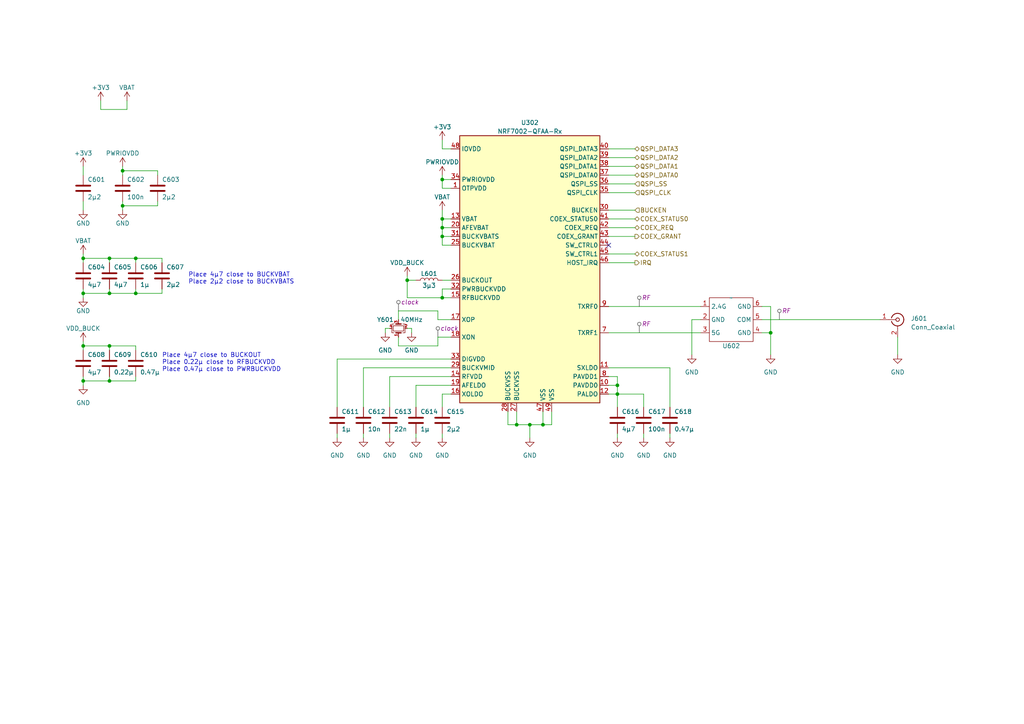
<source format=kicad_sch>
(kicad_sch (version 20230121) (generator eeschema)
  (paper "A4")
  (title_block (title "Firewaterburn") (rev "0.2"))
  (lib_symbols
    (symbol "Connector:Conn_Coaxial" (pin_names (offset 1.016) hide)
      (property "Reference" "J" (at 0.254 3.048 0))
      (property "Value" "Conn_Coaxial" (at 2.921 0 90))
      (symbol "Conn_Coaxial_0_1"
        (arc (start -1.778 -0.508) (mid 0.2311 -1.8066) (end 1.778 0) (stroke (width 0.254)))
        (polyline (pts (xy -2.54 0) (xy -0.508 0)))
        (polyline (pts (xy 0 -2.54) (xy 0 -1.778)))
        (circle (center 0 0) (radius 0.508) (stroke (width 0.2032)))
        (arc (start 1.778 0) (mid 0.2099 1.8101) (end -1.778 0.508) (stroke (width 0.254)))
      )
      (symbol "Conn_Coaxial_1_1"
        (pin passive line (at -5.08 0 0) (length 2.54) (name "In") (number "1"))
        (pin passive line (at 0 -5.08 90) (length 2.54) (name "Ext") (number "2"))
      )
    )
    (symbol "Device:C" (pin_numbers hide) (pin_names (offset 0.254))
      (property "Reference" "C" (at 0.635 2.54 0))
      (property "Value" "C" (at 0.635 -2.54 0))
      (symbol "C_0_1"
        (polyline (pts (xy -2.032 -0.762) (xy 2.032 -0.762)) (stroke (width 0.508)))
        (polyline (pts (xy -2.032 0.762) (xy 2.032 0.762)) (stroke (width 0.508)))
      )
      (symbol "C_1_1"
        (pin passive line (at 0 3.81 270) (length 2.794) (name "~") (number "1"))
        (pin passive line (at 0 -3.81 90) (length 2.794) (name "~") (number "2"))
      )
    )
    (symbol "Device:Crystal_GND24_Small" (pin_names (offset 1.016) hide)
      (property "Reference" "Y" (at 1.27 4.445 0))
      (property "Value" "Crystal_GND24_Small" (at 1.27 2.54 0))
      (symbol "Crystal_GND24_Small_0_1"
        (rectangle (start -0.762 -1.524) (end 0.762 1.524))
        (polyline (pts (xy -1.27 -0.762) (xy -1.27 0.762)) (stroke (width 0.381)))
        (polyline (pts (xy 1.27 -0.762) (xy 1.27 0.762)) (stroke (width 0.381)))
        (polyline (pts (xy -1.27 -1.27) (xy -1.27 -1.905) (xy 1.27 -1.905) (xy 1.27 -1.27)))
        (polyline (pts (xy -1.27 1.27) (xy -1.27 1.905) (xy 1.27 1.905) (xy 1.27 1.27)))
      )
      (symbol "Crystal_GND24_Small_1_1"
        (pin passive line (at -2.54 0 0) (length 1.27) (name "1") (number "1"))
        (pin passive line (at 0 -2.54 90) (length 0.635) (name "2") (number "2"))
        (pin passive line (at 2.54 0 180) (length 1.27) (name "3") (number "3"))
        (pin passive line (at 0 2.54 270) (length 0.635) (name "4") (number "4"))
      )
    )
    (symbol "Device:L" (pin_numbers hide) (pin_names (offset 1.016) hide)
      (property "Reference" "L" (at -1.27 0 90))
      (property "Value" "L" (at 1.905 0 90))
      (symbol "L_0_1"
        (arc (start 0 -2.54) (mid 0.6323 -1.905) (end 0 -1.27))
        (arc (start 0 -1.27) (mid 0.6323 -0.635) (end 0 0))
        (arc (start 0 0) (mid 0.6323 0.635) (end 0 1.27))
        (arc (start 0 1.27) (mid 0.6323 1.905) (end 0 2.54))
      )
      (symbol "L_1_1"
        (pin passive line (at 0 3.81 270) (length 1.27) (name "1") (number "1"))
        (pin passive line (at 0 -3.81 90) (length 1.27) (name "2") (number "2"))
      )
    )
    (symbol "mylib_connectors:DPX1608"
      (property "Reference" "U" (at 0 7.62 0))
      (symbol "DPX1608_0_1"
        (rectangle (start -6.35 6.35) (end 6.35 -6.35))
      )
      (symbol "DPX1608_1_1"
        (pin input line (at -8.89 3.81 0) (length 2.54) (name "2.4G") (number "1"))
        (pin input line (at -8.89 0 0) (length 2.54) (name "GND") (number "2"))
        (pin input line (at -8.89 -3.81 0) (length 2.54) (name "5G") (number "3"))
        (pin input line (at 8.89 -3.81 180) (length 2.54) (name "GND") (number "4"))
        (pin input line (at 8.89 0 180) (length 2.54) (name "COM") (number "5"))
        (pin input line (at 8.89 3.81 180) (length 2.54) (name "GND") (number "6"))
      )
    )
    (symbol "mylib_ic:nRF7002-QFxx"
      (property "Reference" "U" (at 0 -5.08 0))
      (property "Value" "NRF7002-QFAA-Rx" (at 0 -7.62 0))
      (symbol "nRF7002-QFxx_0_1"
        (rectangle (start -20.32 40.64) (end 20.32 -36.83) (stroke (width 0.254)) (fill (type background)))
      )
      (symbol "nRF7002-QFxx_1_1"
        (pin input line (at -22.86 25.4 0) (length 2.54) (name "OTPVDD") (number "1"))
        (pin input line (at 22.86 -31.75 180) (length 2.54) (name "PAVDD0") (number "10"))
        (pin input line (at 22.86 -26.67 180) (length 2.54) (name "SXLDO") (number "11"))
        (pin input line (at 22.86 -34.29 180) (length 2.54) (name "PALDO") (number "12"))
        (pin input line (at -22.86 16.51 0) (length 2.54) (name "VBAT") (number "13"))
        (pin input line (at -22.86 -29.21 0) (length 2.54) (name "RFVDD") (number "14"))
        (pin input line (at -22.86 -6.35 0) (length 2.54) (name "RFBUCKVDD") (number "15"))
        (pin input line (at -22.86 -34.29 0) (length 2.54) (name "XOLDO") (number "16"))
        (pin input line (at -22.86 -12.7 0) (length 2.54) (name "XOP") (number "17"))
        (pin input line (at -22.86 -17.78 0) (length 2.54) (name "XON") (number "18"))
        (pin input line (at -22.86 -31.75 0) (length 2.54) (name "AFELDO") (number "19"))
        (pin no_connect line (at 0 -39.37 90) (length 2.54) hide (name "N.C.") (number "2"))
        (pin input line (at -22.86 13.97 0) (length 2.54) (name "AFEVBAT") (number "20"))
        (pin no_connect line (at 0 -39.37 90) (length 2.54) hide (name "N.C.") (number "21"))
        (pin no_connect line (at 0 -39.37 90) (length 2.54) hide (name "N.C.") (number "22"))
        (pin no_connect line (at 0 -39.37 90) (length 2.54) hide (name "N.C.") (number "23"))
        (pin no_connect line (at 0 -39.37 90) (length 2.54) hide (name "N.C.") (number "24"))
        (pin input line (at -22.86 8.89 0) (length 2.54) (name "BUCKVBAT") (number "25"))
        (pin input line (at -22.86 -1.27 0) (length 2.54) (name "BUCKOUT") (number "26"))
        (pin input line (at -3.81 -39.37 90) (length 2.54) (name "BUCKVSS") (number "27"))
        (pin input line (at -6.35 -39.37 90) (length 2.54) (name "BUCKVSS") (number "28"))
        (pin input line (at -22.86 -26.67 0) (length 2.54) (name "BUCKVMID") (number "29"))
        (pin no_connect line (at 0 -39.37 90) (length 2.54) hide (name "N.C.") (number "3"))
        (pin input line (at 22.86 19.05 180) (length 2.54) (name "BUCKEN") (number "30"))
        (pin input line (at -22.86 11.43 0) (length 2.54) (name "BUCKVBATS") (number "31"))
        (pin input line (at -22.86 -3.81 0) (length 2.54) (name "PWRBUCKVDD") (number "32"))
        (pin input line (at -22.86 -24.13 0) (length 2.54) (name "DIGVDD") (number "33"))
        (pin input line (at -22.86 27.94 0) (length 2.54) (name "PWRIOVDD") (number "34"))
        (pin input line (at 22.86 24.13 180) (length 2.54) (name "QSPI_CLK") (number "35"))
        (pin input line (at 22.86 26.67 180) (length 2.54) (name "QSPI_SS") (number "36"))
        (pin input line (at 22.86 29.21 180) (length 2.54) (name "QSPI_DATA0") (number "37"))
        (pin input line (at 22.86 31.75 180) (length 2.54) (name "QSPI_DATA1") (number "38"))
        (pin input line (at 22.86 34.29 180) (length 2.54) (name "QSPI_DATA2") (number "39"))
        (pin no_connect line (at 0 -39.37 90) (length 2.54) hide (name "N.C.") (number "4"))
        (pin input line (at 22.86 36.83 180) (length 2.54) (name "QSPI_DATA3") (number "40"))
        (pin input line (at 22.86 16.51 180) (length 2.54) (name "COEX_STATUS0") (number "41"))
        (pin input line (at 22.86 13.97 180) (length 2.54) (name "COEX_REQ") (number "42"))
        (pin input line (at 22.86 11.43 180) (length 2.54) (name "COEX_GRANT") (number "43"))
        (pin input line (at 22.86 8.89 180) (length 2.54) (name "SW_CTRL0") (number "44"))
        (pin input line (at 22.86 6.35 180) (length 2.54) (name "SW_CTRL1") (number "45"))
        (pin input line (at 22.86 3.81 180) (length 2.54) (name "HOST_IRQ") (number "46"))
        (pin input line (at 3.81 -39.37 90) (length 2.54) (name "VSS") (number "47"))
        (pin input line (at -22.86 36.83 0) (length 2.54) (name "IOVDD") (number "48"))
        (pin input line (at 6.35 -39.37 90) (length 2.54) (name "VSS") (number "49"))
        (pin no_connect line (at 0 -39.37 90) (length 2.54) hide (name "N.C.") (number "5"))
        (pin no_connect line (at 0 -39.37 90) (length 2.54) hide (name "N.C.") (number "6"))
        (pin input line (at 22.86 -16.51 180) (length 2.54) (name "TXRF1") (number "7"))
        (pin input line (at 22.86 -29.21 180) (length 2.54) (name "PAVDD1") (number "8"))
        (pin input line (at 22.86 -8.89 180) (length 2.54) (name "TXRF0") (number "9"))
      )
    )
    (symbol "mylib_power:PWRIOVDD" (power) (pin_names (offset 0))
      (property "Value" "PWRIOVDD" (at 0 3.81 0))
      (symbol "PWRIOVDD_0_1"
        (polyline (pts (xy -0.762 1.27) (xy 0 2.54)))
        (polyline (pts (xy 0 0) (xy 0 2.54)))
        (polyline (pts (xy 0 2.54) (xy 0.762 1.27)))
      )
      (symbol "PWRIOVDD_1_1"
        (pin power_in line (at 0 0 90) (length 0) hide (name "PWRIOVDD") (number "1"))
      )
    )
    (symbol "mylib_power:VBAT" (power) (pin_names (offset 0))
      (property "Value" "VBAT" (at 0 3.81 0))
      (symbol "VBAT_0_1"
        (polyline (pts (xy -0.762 1.27) (xy 0 2.54)))
        (polyline (pts (xy 0 0) (xy 0 2.54)))
        (polyline (pts (xy 0 2.54) (xy 0.762 1.27)))
      )
      (symbol "VBAT_1_1"
        (pin power_in line (at 0 0 90) (length 0) hide (name "VBAT") (number "1"))
      )
    )
    (symbol "mylib_power:VDD_BUCK" (power) (pin_names (offset 0))
      (property "Value" "VDD_BUCK" (at 0 3.81 0))
      (symbol "VDD_BUCK_0_1"
        (polyline (pts (xy -0.762 1.27) (xy 0 2.54)))
        (polyline (pts (xy 0 0) (xy 0 2.54)))
        (polyline (pts (xy 0 2.54) (xy 0.762 1.27)))
      )
      (symbol "VDD_BUCK_1_1"
        (pin power_in line (at 0 0 90) (length 0) hide (name "VDD_BUCK") (number "1"))
      )
    )
    (symbol "power:+3V3" (power) (pin_names (offset 0))
      (property "Value" "+3V3" (at 0 3.556 0))
      (symbol "+3V3_0_1"
        (polyline (pts (xy -0.762 1.27) (xy 0 2.54)))
        (polyline (pts (xy 0 0) (xy 0 2.54)))
        (polyline (pts (xy 0 2.54) (xy 0.762 1.27)))
      )
      (symbol "+3V3_1_1"
        (pin power_in line (at 0 0 90) (length 0) hide (name "+3V3") (number "1"))
      )
    )
    (symbol "power:GND" (power) (pin_names (offset 0))
      (property "Value" "GND" (at 0 -3.81 0))
      (symbol "GND_0_1"
        (polyline (pts (xy 0 0) (xy 0 -1.27) (xy 1.27 -1.27) (xy 0 -2.54) (xy -1.27 -1.27) (xy 0 -1.27)))
      )
      (symbol "GND_1_1"
        (pin power_in line (at 0 0 270) (length 0) hide (name "GND") (number "1"))
      )
    )
  )
  (junction (at 179.07 114.3))
  (junction (at 35.56 59.69))
  (junction (at 39.37 85.09))
  (junction (at 24.13 100.33))
  (junction (at 24.13 85.09))
  (junction (at 128.27 68.58))
  (junction (at 223.52 96.52))
  (junction (at 179.07 111.76))
  (junction (at 157.48 123.19))
  (junction (at 128.27 86.36))
  (junction (at 24.13 74.93))
  (junction (at 35.56 49.53))
  (junction (at 31.75 85.09))
  (junction (at 128.27 63.5))
  (junction (at 31.75 74.93))
  (junction (at 149.86 123.19))
  (junction (at 39.37 74.93))
  (junction (at 118.11 81.28))
  (junction (at 128.27 66.04))
  (junction (at 24.13 110.49))
  (junction (at 31.75 110.49))
  (junction (at 153.67 123.19))
  (junction (at 128.27 52.07))
  (junction (at 31.75 100.33))
  (no_connect (at 176.53 71.12))
  (wire (pts (xy 128.27 125.73) (xy 128.27 127)))
  (wire (pts (xy 97.79 104.14) (xy 130.81 104.14)))
  (wire (pts (xy 45.72 59.69) (xy 45.72 58.42)))
  (wire (pts (xy 31.75 109.22) (xy 31.75 110.49)))
  (wire (pts (xy 105.41 106.68) (xy 130.81 106.68)))
  (wire (pts (xy 153.67 123.19) (xy 149.86 123.19)))
  (wire (pts (xy 24.13 74.93) (xy 31.75 74.93)))
  (wire (pts (xy 39.37 74.93) (xy 31.75 74.93)))
  (wire (pts (xy 220.98 96.52) (xy 223.52 96.52)))
  (wire (pts (xy 35.56 59.69) (xy 45.72 59.69)))
  (wire (pts (xy 120.65 125.73) (xy 120.65 127)))
  (wire (pts (xy 35.56 49.53) (xy 35.56 50.8)))
  (wire (pts (xy 113.03 109.22) (xy 113.03 118.11)))
  (wire (pts (xy 176.53 73.66) (xy 184.15 73.66)))
  (wire (pts (xy 24.13 110.49) (xy 31.75 110.49)))
  (wire (pts (xy 115.57 90.17) (xy 115.57 92.71)))
  (wire (pts (xy 176.53 76.2) (xy 184.15 76.2)))
  (wire (pts (xy 24.13 85.09) (xy 31.75 85.09)))
  (wire (pts (xy 128.27 66.04) (xy 128.27 63.5)))
  (wire (pts (xy 186.69 125.73) (xy 186.69 127)))
  (wire (pts (xy 119.38 95.25) (xy 119.38 96.52)))
  (wire (pts (xy 128.27 83.82) (xy 128.27 86.36)))
  (wire (pts (xy 194.31 125.73) (xy 194.31 127)))
  (wire (pts (xy 24.13 48.26) (xy 24.13 50.8)))
  (wire (pts (xy 115.57 97.79) (xy 115.57 100.33)))
  (wire (pts (xy 157.48 123.19) (xy 153.67 123.19)))
  (wire (pts (xy 130.81 54.61) (xy 128.27 54.61)))
  (wire (pts (xy 120.65 111.76) (xy 130.81 111.76)))
  (wire (pts (xy 39.37 74.93) (xy 46.99 74.93)))
  (wire (pts (xy 35.56 59.69) (xy 35.56 58.42)))
  (wire (pts (xy 29.21 29.21) (xy 29.21 31.75)))
  (wire (pts (xy 128.27 52.07) (xy 128.27 50.8)))
  (wire (pts (xy 39.37 101.6) (xy 39.37 100.33)))
  (wire (pts (xy 24.13 73.66) (xy 24.13 74.93)))
  (wire (pts (xy 113.03 125.73) (xy 113.03 127)))
  (wire (pts (xy 176.53 68.58) (xy 184.15 68.58)))
  (wire (pts (xy 157.48 119.38) (xy 157.48 123.19)))
  (wire (pts (xy 118.11 80.01) (xy 118.11 81.28)))
  (wire (pts (xy 130.81 43.18) (xy 128.27 43.18)))
  (wire (pts (xy 220.98 88.9) (xy 223.52 88.9)))
  (wire (pts (xy 200.66 92.71) (xy 200.66 102.87)))
  (wire (pts (xy 31.75 83.82) (xy 31.75 85.09)))
  (wire (pts (xy 39.37 85.09) (xy 46.99 85.09)))
  (wire (pts (xy 120.65 111.76) (xy 120.65 118.11)))
  (wire (pts (xy 105.41 125.73) (xy 105.41 127)))
  (wire (pts (xy 128.27 114.3) (xy 130.81 114.3)))
  (wire (pts (xy 118.11 86.36) (xy 118.11 81.28)))
  (wire (pts (xy 128.27 43.18) (xy 128.27 40.64)))
  (wire (pts (xy 97.79 125.73) (xy 97.79 127)))
  (wire (pts (xy 127 100.33) (xy 115.57 100.33)))
  (wire (pts (xy 97.79 104.14) (xy 97.79 118.11)))
  (wire (pts (xy 128.27 68.58) (xy 128.27 71.12)))
  (wire (pts (xy 46.99 76.2) (xy 46.99 74.93)))
  (wire (pts (xy 128.27 118.11) (xy 128.27 114.3)))
  (wire (pts (xy 176.53 48.26) (xy 184.15 48.26)))
  (wire (pts (xy 39.37 109.22) (xy 39.37 110.49)))
  (wire (pts (xy 130.81 109.22) (xy 113.03 109.22)))
  (wire (pts (xy 39.37 83.82) (xy 39.37 85.09)))
  (wire (pts (xy 128.27 86.36) (xy 130.81 86.36)))
  (wire (pts (xy 128.27 83.82) (xy 130.81 83.82)))
  (wire (pts (xy 36.83 31.75) (xy 36.83 29.21)))
  (wire (pts (xy 118.11 95.25) (xy 119.38 95.25)))
  (wire (pts (xy 223.52 96.52) (xy 223.52 102.87)))
  (wire (pts (xy 31.75 85.09) (xy 39.37 85.09)))
  (wire (pts (xy 179.07 114.3) (xy 179.07 118.11)))
  (wire (pts (xy 39.37 100.33) (xy 31.75 100.33)))
  (wire (pts (xy 118.11 81.28) (xy 120.65 81.28)))
  (wire (pts (xy 260.35 97.79) (xy 260.35 102.87)))
  (wire (pts (xy 39.37 76.2) (xy 39.37 74.93)))
  (wire (pts (xy 113.03 95.25) (xy 111.76 95.25)))
  (wire (pts (xy 128.27 81.28) (xy 130.81 81.28)))
  (wire (pts (xy 176.53 53.34) (xy 184.15 53.34)))
  (wire (pts (xy 220.98 92.71) (xy 255.27 92.71)))
  (wire (pts (xy 128.27 54.61) (xy 128.27 52.07)))
  (wire (pts (xy 160.02 119.38) (xy 160.02 123.19)))
  (wire (pts (xy 35.56 49.53) (xy 45.72 49.53)))
  (wire (pts (xy 29.21 31.75) (xy 36.83 31.75)))
  (wire (pts (xy 35.56 59.69) (xy 35.56 60.96)))
  (wire (pts (xy 128.27 60.96) (xy 128.27 63.5)))
  (wire (pts (xy 149.86 119.38) (xy 149.86 123.19)))
  (wire (pts (xy 128.27 68.58) (xy 128.27 66.04)))
  (wire (pts (xy 176.53 63.5) (xy 184.15 63.5)))
  (wire (pts (xy 179.07 109.22) (xy 179.07 111.76)))
  (wire (pts (xy 31.75 76.2) (xy 31.75 74.93)))
  (wire (pts (xy 128.27 66.04) (xy 130.81 66.04)))
  (wire (pts (xy 176.53 45.72) (xy 184.15 45.72)))
  (wire (pts (xy 105.41 106.68) (xy 105.41 118.11)))
  (wire (pts (xy 176.53 109.22) (xy 179.07 109.22)))
  (wire (pts (xy 130.81 52.07) (xy 128.27 52.07)))
  (wire (pts (xy 149.86 123.19) (xy 147.32 123.19)))
  (wire (pts (xy 179.07 114.3) (xy 176.53 114.3)))
  (wire (pts (xy 128.27 63.5) (xy 130.81 63.5)))
  (wire (pts (xy 147.32 123.19) (xy 147.32 119.38)))
  (wire (pts (xy 127 92.71) (xy 127 90.17)))
  (wire (pts (xy 176.53 60.96) (xy 184.15 60.96)))
  (wire (pts (xy 179.07 111.76) (xy 179.07 114.3)))
  (wire (pts (xy 130.81 92.71) (xy 127 92.71)))
  (wire (pts (xy 194.31 106.68) (xy 194.31 118.11)))
  (wire (pts (xy 111.76 95.25) (xy 111.76 96.52)))
  (wire (pts (xy 24.13 99.06) (xy 24.13 100.33)))
  (wire (pts (xy 203.2 92.71) (xy 200.66 92.71)))
  (wire (pts (xy 153.67 123.19) (xy 153.67 127)))
  (wire (pts (xy 186.69 114.3) (xy 179.07 114.3)))
  (wire (pts (xy 31.75 100.33) (xy 24.13 100.33)))
  (wire (pts (xy 130.81 97.79) (xy 127 97.79)))
  (wire (pts (xy 24.13 100.33) (xy 24.13 101.6)))
  (wire (pts (xy 176.53 111.76) (xy 179.07 111.76)))
  (wire (pts (xy 176.53 66.04) (xy 184.15 66.04)))
  (wire (pts (xy 176.53 88.9) (xy 203.2 88.9)))
  (wire (pts (xy 186.69 114.3) (xy 186.69 118.11)))
  (wire (pts (xy 179.07 125.73) (xy 179.07 127)))
  (wire (pts (xy 24.13 85.09) (xy 24.13 86.36)))
  (wire (pts (xy 24.13 110.49) (xy 24.13 111.76)))
  (wire (pts (xy 31.75 110.49) (xy 39.37 110.49)))
  (wire (pts (xy 24.13 109.22) (xy 24.13 110.49)))
  (wire (pts (xy 24.13 83.82) (xy 24.13 85.09)))
  (wire (pts (xy 45.72 49.53) (xy 45.72 50.8)))
  (wire (pts (xy 127 90.17) (xy 115.57 90.17)))
  (wire (pts (xy 46.99 83.82) (xy 46.99 85.09)))
  (wire (pts (xy 130.81 71.12) (xy 128.27 71.12)))
  (wire (pts (xy 130.81 68.58) (xy 128.27 68.58)))
  (wire (pts (xy 127 97.79) (xy 127 100.33)))
  (wire (pts (xy 160.02 123.19) (xy 157.48 123.19)))
  (wire (pts (xy 176.53 50.8) (xy 184.15 50.8)))
  (wire (pts (xy 194.31 106.68) (xy 176.53 106.68)))
  (wire (pts (xy 35.56 48.26) (xy 35.56 49.53)))
  (wire (pts (xy 176.53 55.88) (xy 184.15 55.88)))
  (wire (pts (xy 24.13 58.42) (xy 24.13 60.96)))
  (wire (pts (xy 24.13 74.93) (xy 24.13 76.2)))
  (wire (pts (xy 31.75 101.6) (xy 31.75 100.33)))
  (wire (pts (xy 176.53 96.52) (xy 203.2 96.52)))
  (wire (pts (xy 118.11 86.36) (xy 128.27 86.36)))
  (wire (pts (xy 176.53 43.18) (xy 184.15 43.18)))
  (wire (pts (xy 223.52 88.9) (xy 223.52 96.52)))
  (text "Place 4µ7 close to BUCKVBAT\nPlace 2µ2 close to BUCKVBATS\n" (at 54.61 82.55 0) (effects (font (size 1.27 1.27)) (justify left bottom)))
  (text "Place 4µ7 close to BUCKOUT\nPlace 0.22µ close to RFBUCKVDD\nPlace 0.47µ close to PWRBUCKVDD" (at 46.99 107.95 0) (effects (font (size 1.27 1.27)) (justify left bottom)))
  (hierarchical_label "COEX_GRANT" (shape output) (at 184.15 68.58 0))
  (hierarchical_label "QSPI_CLK" (shape input) (at 184.15 55.88 0))
  (hierarchical_label "IRQ" (shape output) (at 184.15 76.2 0))
  (hierarchical_label "COEX_REQ" (shape bidirectional) (at 184.15 66.04 0))
  (hierarchical_label "QSPI_SS" (shape input) (at 184.15 53.34 0))
  (hierarchical_label "COEX_STATUS1" (shape bidirectional) (at 184.15 73.66 0))
  (hierarchical_label "QSPI_DATA1" (shape bidirectional) (at 184.15 48.26 0))
  (hierarchical_label "QSPI_DATA0" (shape bidirectional) (at 184.15 50.8 0))
  (hierarchical_label "BUCKEN" (shape input) (at 184.15 60.96 0))
  (hierarchical_label "QSPI_DATA3" (shape bidirectional) (at 184.15 43.18 0))
  (hierarchical_label "COEX_STATUS0" (shape bidirectional) (at 184.15 63.5 0))
  (hierarchical_label "QSPI_DATA2" (shape bidirectional) (at 184.15 45.72 0))
  (netclass_flag "" (length 2.54) (shape round) (at 185.42 88.9 0) (property "Netclass" "RF" (at 186.1185 86.36 0) (effects (font italic) (justify left))))
  (netclass_flag "" (length 2.54) (shape round) (at 127 97.79 0) (property "Netclass" "clock" (at 127.6985 95.25 0) (effects (font italic) (justify left))))
  (netclass_flag "" (length 2.54) (shape round) (at 226.06 92.71 0) (property "Netclass" "RF" (at 226.7585 90.17 0) (effects (font italic) (justify left))))
  (netclass_flag "" (length 2.54) (shape round) (at 115.57 90.17 0) (property "Netclass" "clock" (at 116.2685 87.63 0) (effects (font italic) (justify left))))
  (netclass_flag "" (length 2.54) (shape round) (at 185.42 96.52 0) (property "Netclass" "RF" (at 186.1185 93.98 0) (effects (font italic) (justify left))))
  (symbol (lib_id "Device:L") (at 124.46 81.28 90) (unit 1)
    (property "Reference" "L601" (at 124.46 79.375 90))
    (property "Value" "3µ3" (at 124.46 82.804 90))
    (property "Footprint" "Inductor_SMD:L_1008_2520Metric" (effects hide))
    (property "Digikey" "490-5115-2-ND" (effects hide))
  )
  (symbol (lib_id "Device:C") (at 120.65 121.92 0) (unit 1)
    (property "Reference" "C614" (at 121.92 119.38 0) (effects (justify left)))
    (property "Value" "1µ" (at 121.92 124.46 0) (effects (justify left)))
    (property "Footprint" "Capacitor_SMD:C_0402_1005Metric" (effects hide))
    (property "Digikey" "1276-1067-2-ND" (effects hide))
  )
  (symbol (lib_id "power:GND") (at 179.07 127 0) (unit 1)
    (property "Reference" "#PWR0626" (effects hide))
    (property "Value" "GND" (at 179.07 132.08 0))
  )
  (symbol (lib_id "power:GND") (at 113.03 127 0) (unit 1)
    (property "Reference" "#PWR0622" (effects hide))
    (property "Value" "GND" (at 113.03 132.08 0))
  )
  (symbol (lib_id "Device:C") (at 194.31 121.92 0) (unit 1)
    (property "Reference" "C618" (at 195.58 119.38 0) (effects (justify left)))
    (property "Value" "0.47µ" (at 195.58 124.46 0) (effects (justify left)))
    (property "Footprint" "Capacitor_SMD:C_0402_1005Metric" (effects hide))
    (property "Digikey" "1276-1477-2-ND" (effects hide))
  )
  (symbol (lib_id "mylib_power:PWRIOVDD") (at 35.56 48.26 0) (unit 1)
    (property "Reference" "#PWR0605" (effects hide))
    (property "Value" "PWRIOVDD" (at 35.56 44.45 0))
  )
  (symbol (lib_id "mylib_power:VBAT") (at 128.27 60.96 0) (unit 1)
    (property "Reference" "#PWR0609" (effects hide))
    (property "Value" "VBAT" (at 128.27 57.15 0))
  )
  (symbol (lib_id "power:GND") (at 120.65 127 0) (unit 1)
    (property "Reference" "#PWR0623" (effects hide))
    (property "Value" "GND" (at 120.65 132.08 0))
  )
  (symbol (lib_id "power:GND") (at 194.31 127 0) (unit 1)
    (property "Reference" "#PWR0628" (effects hide))
    (property "Value" "GND" (at 194.31 132.08 0))
  )
  (symbol (lib_id "Device:C") (at 35.56 54.61 0) (unit 1)
    (property "Reference" "C602" (at 36.83 52.07 0) (effects (justify left)))
    (property "Value" "100n" (at 36.83 57.15 0) (effects (justify left)))
    (property "Footprint" "Capacitor_SMD:C_0402_1005Metric" (effects hide))
    (property "Digikey" "478-7888-2-ND" (effects hide))
  )
  (symbol (lib_id "mylib_connectors:DPX1608") (at 212.09 92.71 0) (unit 1)
    (property "Reference" "U602" (at 212.09 100.33 0))
    (property "Value" "~" (at 212.09 86.36 0))
    (property "Footprint" "mylib_connector:DPX1608LL80R2455A" (effects hide))
    (property "Datasheet" "https://productfinder.pulseelectronics.com/api/open/part-attachments/datasheet/DPX1608LL80R2455A" (effects hide))
    (property "Digikey" "553-DPX1608LL80R2455ATR-ND" (effects hide))
  )
  (symbol (lib_id "power:GND") (at 200.66 102.87 0) (unit 1)
    (property "Reference" "#PWR0616" (effects hide))
    (property "Value" "GND" (at 200.66 107.95 0))
  )
  (symbol (lib_id "Device:C") (at 24.13 54.61 0) (unit 1)
    (property "Reference" "C601" (at 25.4 52.07 0) (effects (justify left)))
    (property "Value" "2µ2" (at 25.4 57.15 0) (effects (justify left)))
    (property "Footprint" "Capacitor_SMD:C_0603_1608Metric" (effects hide))
    (property "Digikey" "1276-1040-2-ND" (effects hide))
  )
  (symbol (lib_id "power:GND") (at 260.35 102.87 0) (unit 1)
    (property "Reference" "#PWR0618" (effects hide))
    (property "Value" "GND" (at 260.35 107.95 0))
  )
  (symbol (lib_id "mylib_power:VDD_BUCK") (at 118.11 80.01 0) (unit 1)
    (property "Reference" "#PWR0611" (effects hide))
    (property "Value" "VDD_BUCK" (at 118.11 76.2 0))
  )
  (symbol (lib_id "mylib_power:VBAT") (at 36.83 29.21 0) (unit 1)
    (property "Reference" "#PWR0602" (effects hide))
    (property "Value" "VBAT" (at 36.83 25.4 0))
  )
  (symbol (lib_id "power:GND") (at 128.27 127 0) (unit 1)
    (property "Reference" "#PWR0624" (effects hide))
    (property "Value" "GND" (at 128.27 132.08 0))
  )
  (symbol (lib_id "Device:C") (at 46.99 80.01 0) (unit 1)
    (property "Reference" "C607" (at 48.26 77.47 0) (effects (justify left)))
    (property "Value" "2µ2" (at 48.26 82.55 0) (effects (justify left)))
    (property "Footprint" "Capacitor_SMD:C_0402_1005Metric" (effects hide))
    (property "Digikey" "445-9090-2-ND" (effects hide))
  )
  (symbol (lib_id "power:GND") (at 24.13 60.96 0) (unit 1)
    (property "Reference" "#PWR0607" (effects hide))
    (property "Value" "GND" (at 24.13 64.77 0))
  )
  (symbol (lib_id "Device:C") (at 24.13 105.41 0) (unit 1)
    (property "Reference" "C608" (at 25.4 102.87 0) (effects (justify left)))
    (property "Value" "4µ7" (at 25.4 107.95 0) (effects (justify left)))
    (property "Footprint" "Capacitor_SMD:C_0603_1608Metric" (effects hide))
    (property "Digikey" "490-GRM155C61E475ME15DTR-ND" (effects hide))
  )
  (symbol (lib_id "Device:C") (at 179.07 121.92 0) (unit 1)
    (property "Reference" "C616" (at 180.34 119.38 0) (effects (justify left)))
    (property "Value" "4µ7" (at 180.34 124.46 0) (effects (justify left)))
    (property "Footprint" "Capacitor_SMD:C_0402_1005Metric" (effects hide))
    (property "Digikey" "490-GRM155C61E475ME15DTR-ND" (effects hide))
  )
  (symbol (lib_id "power:GND") (at 105.41 127 0) (unit 1)
    (property "Reference" "#PWR0621" (effects hide))
    (property "Value" "GND" (at 105.41 132.08 0))
  )
  (symbol (lib_id "power:GND") (at 97.79 127 0) (unit 1)
    (property "Reference" "#PWR0620" (effects hide))
    (property "Value" "GND" (at 97.79 132.08 0))
  )
  (symbol (lib_id "Device:C") (at 45.72 54.61 0) (unit 1)
    (property "Reference" "C603" (at 46.99 52.07 0) (effects (justify left)))
    (property "Value" "2µ2" (at 46.99 57.15 0) (effects (justify left)))
    (property "Footprint" "Capacitor_SMD:C_0402_1005Metric" (effects hide))
    (property "Digikey" "445-9090-2-ND" (effects hide))
  )
  (symbol (lib_id "power:+3V3") (at 29.21 29.21 0) (unit 1)
    (property "Reference" "#PWR0601" (effects hide))
    (property "Value" "+3V3" (at 29.21 25.4 0))
  )
  (symbol (lib_id "Connector:Conn_Coaxial") (at 260.35 92.71 0) (unit 1)
    (property "Reference" "J601" (at 264.16 92.3682 0) (effects (justify left)))
    (property "Value" "Conn_Coaxial" (at 264.16 94.9082 0) (effects (justify left)))
    (property "Footprint" "mylib_connector:CONMHF1-SMD-G-T" (effects hide))
    (property "Datasheet" " ~" (effects hide))
    (property "Digikey" "343-CONMHF1-SMD-G-TTR-ND" (effects hide))
    (property "Digikey_" "931-1127-ND" (effects hide))
  )
  (symbol (lib_id "Device:C") (at 128.27 121.92 0) (unit 1)
    (property "Reference" "C615" (at 129.54 119.38 0) (effects (justify left)))
    (property "Value" "2µ2" (at 129.54 124.46 0) (effects (justify left)))
    (property "Footprint" "Capacitor_SMD:C_0402_1005Metric" (effects hide))
    (property "Digikey" "445-9090-2-ND" (effects hide))
  )
  (symbol (lib_id "power:GND") (at 223.52 102.87 0) (unit 1)
    (property "Reference" "#PWR0617" (effects hide))
    (property "Value" "GND" (at 223.52 107.95 0))
  )
  (symbol (lib_id "Device:Crystal_GND24_Small") (at 115.57 95.25 90) (unit 1)
    (property "Reference" "Y601" (at 111.76 92.71 90))
    (property "Value" "40MHz" (at 119.38 92.71 90))
    (property "Footprint" "Crystal:Crystal_SMD_2016-4Pin_2.0x1.6mm" (effects hide))
    (property "Datasheet" "https://media.digikey.com/pdf/Data%20Sheets/Optrex%20PDFs/CX2016DB_Series_Spec.pdf" (effects hide))
    (property "Digikey" "478-CX2016DB40000D0FLJCCTR-ND" (effects hide))
  )
  (symbol (lib_id "power:GND") (at 153.67 127 0) (unit 1)
    (property "Reference" "#PWR0625" (effects hide))
    (property "Value" "GND" (at 153.67 132.08 0))
  )
  (symbol (lib_id "Device:C") (at 39.37 105.41 0) (unit 1)
    (property "Reference" "C610" (at 40.64 102.87 0) (effects (justify left)))
    (property "Value" "0.47µ" (at 40.64 107.95 0) (effects (justify left)))
    (property "Footprint" "Capacitor_SMD:C_0402_1005Metric" (effects hide))
    (property "Digikey" "1276-1477-2-ND" (effects hide))
  )
  (symbol (lib_id "power:GND") (at 186.69 127 0) (unit 1)
    (property "Reference" "#PWR0627" (effects hide))
    (property "Value" "GND" (at 186.69 132.08 0))
  )
  (symbol (lib_id "power:GND") (at 111.76 96.52 0) (unit 1)
    (property "Reference" "#PWR0613" (effects hide))
    (property "Value" "GND" (at 111.76 101.6 0))
  )
  (symbol (lib_id "power:+3V3") (at 128.27 40.64 0) (unit 1)
    (property "Reference" "#PWR0603" (effects hide))
    (property "Value" "+3V3" (at 128.27 36.83 0))
  )
  (symbol (lib_id "power:GND") (at 35.56 60.96 0) (unit 1)
    (property "Reference" "#PWR0608" (effects hide))
    (property "Value" "GND" (at 35.56 64.77 0))
  )
  (symbol (lib_id "Device:C") (at 24.13 80.01 0) (unit 1)
    (property "Reference" "C604" (at 25.4 77.47 0) (effects (justify left)))
    (property "Value" "4µ7" (at 25.4 82.55 0) (effects (justify left)))
    (property "Footprint" "Capacitor_SMD:C_0402_1005Metric" (effects hide))
    (property "Digikey" "490-GRM155C61E475ME15DTR-ND" (effects hide))
  )
  (symbol (lib_id "Device:C") (at 105.41 121.92 0) (unit 1)
    (property "Reference" "C612" (at 106.68 119.38 0) (effects (justify left)))
    (property "Value" "10n" (at 106.68 124.46 0) (effects (justify left)))
    (property "Footprint" "Capacitor_SMD:C_0402_1005Metric" (effects hide))
    (property "Digikey" "1276-1028-2-ND" (effects hide))
  )
  (symbol (lib_id "power:GND") (at 119.38 96.52 0) (unit 1)
    (property "Reference" "#PWR0614" (effects hide))
    (property "Value" "GND" (at 119.38 101.6 0))
  )
  (symbol (lib_id "Device:C") (at 31.75 80.01 0) (unit 1)
    (property "Reference" "C605" (at 33.02 77.47 0) (effects (justify left)))
    (property "Value" "4µ7" (at 33.02 82.55 0) (effects (justify left)))
    (property "Footprint" "Capacitor_SMD:C_0402_1005Metric" (effects hide))
    (property "Digikey" "490-GRM155C61E475ME15DTR-ND" (effects hide))
  )
  (symbol (lib_id "Device:C") (at 186.69 121.92 0) (unit 1)
    (property "Reference" "C617" (at 187.96 119.38 0) (effects (justify left)))
    (property "Value" "100n" (at 187.96 124.46 0) (effects (justify left)))
    (property "Footprint" "Capacitor_SMD:C_0402_1005Metric" (effects hide))
    (property "Digikey" "478-7888-2-ND" (effects hide))
  )
  (symbol (lib_id "power:+3V3") (at 24.13 48.26 0) (unit 1)
    (property "Reference" "#PWR0604" (effects hide))
    (property "Value" "+3V3" (at 24.13 44.45 0))
  )
  (symbol (lib_id "Device:C") (at 39.37 80.01 0) (unit 1)
    (property "Reference" "C606" (at 40.64 77.47 0) (effects (justify left)))
    (property "Value" "1µ" (at 40.64 82.55 0) (effects (justify left)))
    (property "Footprint" "Capacitor_SMD:C_0402_1005Metric" (effects hide))
    (property "Digikey" "1276-1067-2-ND" (effects hide))
  )
  (symbol (lib_id "Device:C") (at 31.75 105.41 0) (unit 1)
    (property "Reference" "C609" (at 33.02 102.87 0) (effects (justify left)))
    (property "Value" "0.22µ" (at 33.02 107.95 0) (effects (justify left)))
    (property "Footprint" "Capacitor_SMD:C_0402_1005Metric" (effects hide))
    (property "Digikey" "1276-1049-2-ND" (effects hide))
  )
  (symbol (lib_id "power:GND") (at 24.13 86.36 0) (unit 1)
    (property "Reference" "#PWR0612" (effects hide))
    (property "Value" "GND" (at 24.13 90.17 0))
  )
  (symbol (lib_id "mylib_ic:nRF7002-QFxx") (at 153.67 80.01 0) (unit 1)
    (property "Reference" "U302" (at 153.67 35.56 0))
    (property "Value" "NRF7002-QFAA-Rx" (at 153.67 38.1 0))
    (property "Footprint" "Package_DFN_QFN:QFN-48-1EP_6x6mm_P0.4mm_EP4.6x4.6mm_ThermalVias" (effects hide))
    (property "Datasheet" "https://infocenter.nordicsemi.com/pdf/nRF7002_OPS_v0.7.pdf" (effects hide))
    (property "Digikey" "4823-NRF7002-QFAA-R7TR-ND" (effects hide))
    (instances (project "firewaterburn" (path "" (reference "U302") (unit 1)) (path "" (reference "U601") (unit 1))))
  )
  (symbol (lib_id "mylib_power:VDD_BUCK") (at 24.13 99.06 0) (unit 1)
    (property "Reference" "#PWR0615" (effects hide))
    (property "Value" "VDD_BUCK" (at 24.13 95.25 0))
  )
  (symbol (lib_id "Device:C") (at 113.03 121.92 0) (unit 1)
    (property "Reference" "C613" (at 114.3 119.38 0) (effects (justify left)))
    (property "Value" "22n" (at 114.3 124.46 0) (effects (justify left)))
    (property "Footprint" "Capacitor_SMD:C_0402_1005Metric" (effects hide))
    (property "Digikey" "1276-1538-2-ND" (effects hide))
  )
  (symbol (lib_id "mylib_power:PWRIOVDD") (at 128.27 50.8 0) (unit 1)
    (property "Reference" "#PWR0606" (effects hide))
    (property "Value" "PWRIOVDD" (at 128.27 46.99 0))
  )
  (symbol (lib_id "Device:C") (at 97.79 121.92 0) (unit 1)
    (property "Reference" "C611" (at 99.06 119.38 0) (effects (justify left)))
    (property "Value" "1µ" (at 99.06 124.46 0) (effects (justify left)))
    (property "Footprint" "Capacitor_SMD:C_0402_1005Metric" (effects hide))
    (property "Digikey" "1276-1067-2-ND" (effects hide))
  )
  (symbol (lib_id "power:GND") (at 24.13 111.76 0) (unit 1)
    (property "Reference" "#PWR0619" (effects hide))
    (property "Value" "GND" (at 24.13 116.84 0))
  )
  (symbol (lib_id "mylib_power:VBAT") (at 24.13 73.66 0) (unit 1)
    (property "Reference" "#PWR0610" (effects hide))
    (property "Value" "VBAT" (at 24.13 69.85 0))
  )
)
</source>
